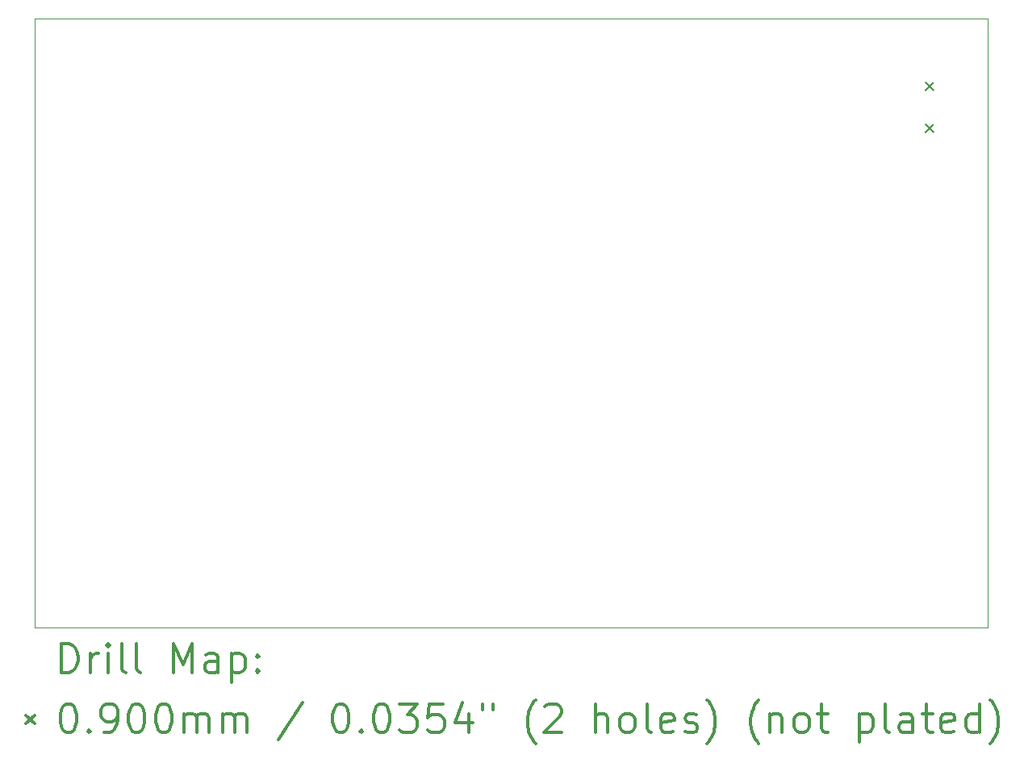
<source format=gbr>
%FSLAX45Y45*%
G04 Gerber Fmt 4.5, Leading zero omitted, Abs format (unit mm)*
G04 Created by KiCad (PCBNEW (5.1.12)-1) date 2022-08-10 21:55:40*
%MOMM*%
%LPD*%
G01*
G04 APERTURE LIST*
%TA.AperFunction,Profile*%
%ADD10C,0.050000*%
%TD*%
%ADD11C,0.200000*%
%ADD12C,0.300000*%
G04 APERTURE END LIST*
D10*
X18164830Y-7723690D02*
X18164830Y-14123690D01*
X8164830Y-14123690D02*
X18164830Y-14123690D01*
X8164830Y-7723690D02*
X8164830Y-14123690D01*
X8164830Y-7723690D02*
X18164830Y-7723690D01*
D11*
X17511226Y-8393606D02*
X17601226Y-8483606D01*
X17601226Y-8393606D02*
X17511226Y-8483606D01*
X17511226Y-8833606D02*
X17601226Y-8923606D01*
X17601226Y-8833606D02*
X17511226Y-8923606D01*
D12*
X8448758Y-14591904D02*
X8448758Y-14291904D01*
X8520187Y-14291904D01*
X8563044Y-14306190D01*
X8591616Y-14334761D01*
X8605901Y-14363333D01*
X8620187Y-14420476D01*
X8620187Y-14463333D01*
X8605901Y-14520476D01*
X8591616Y-14549047D01*
X8563044Y-14577619D01*
X8520187Y-14591904D01*
X8448758Y-14591904D01*
X8748758Y-14591904D02*
X8748758Y-14391904D01*
X8748758Y-14449047D02*
X8763044Y-14420476D01*
X8777330Y-14406190D01*
X8805901Y-14391904D01*
X8834473Y-14391904D01*
X8934473Y-14591904D02*
X8934473Y-14391904D01*
X8934473Y-14291904D02*
X8920187Y-14306190D01*
X8934473Y-14320476D01*
X8948758Y-14306190D01*
X8934473Y-14291904D01*
X8934473Y-14320476D01*
X9120187Y-14591904D02*
X9091616Y-14577619D01*
X9077330Y-14549047D01*
X9077330Y-14291904D01*
X9277330Y-14591904D02*
X9248758Y-14577619D01*
X9234473Y-14549047D01*
X9234473Y-14291904D01*
X9620187Y-14591904D02*
X9620187Y-14291904D01*
X9720187Y-14506190D01*
X9820187Y-14291904D01*
X9820187Y-14591904D01*
X10091616Y-14591904D02*
X10091616Y-14434761D01*
X10077330Y-14406190D01*
X10048758Y-14391904D01*
X9991616Y-14391904D01*
X9963044Y-14406190D01*
X10091616Y-14577619D02*
X10063044Y-14591904D01*
X9991616Y-14591904D01*
X9963044Y-14577619D01*
X9948758Y-14549047D01*
X9948758Y-14520476D01*
X9963044Y-14491904D01*
X9991616Y-14477619D01*
X10063044Y-14477619D01*
X10091616Y-14463333D01*
X10234473Y-14391904D02*
X10234473Y-14691904D01*
X10234473Y-14406190D02*
X10263044Y-14391904D01*
X10320187Y-14391904D01*
X10348758Y-14406190D01*
X10363044Y-14420476D01*
X10377330Y-14449047D01*
X10377330Y-14534761D01*
X10363044Y-14563333D01*
X10348758Y-14577619D01*
X10320187Y-14591904D01*
X10263044Y-14591904D01*
X10234473Y-14577619D01*
X10505901Y-14563333D02*
X10520187Y-14577619D01*
X10505901Y-14591904D01*
X10491616Y-14577619D01*
X10505901Y-14563333D01*
X10505901Y-14591904D01*
X10505901Y-14406190D02*
X10520187Y-14420476D01*
X10505901Y-14434761D01*
X10491616Y-14420476D01*
X10505901Y-14406190D01*
X10505901Y-14434761D01*
X8072330Y-15041190D02*
X8162330Y-15131190D01*
X8162330Y-15041190D02*
X8072330Y-15131190D01*
X8505901Y-14921904D02*
X8534473Y-14921904D01*
X8563044Y-14936190D01*
X8577330Y-14950476D01*
X8591616Y-14979047D01*
X8605901Y-15036190D01*
X8605901Y-15107619D01*
X8591616Y-15164761D01*
X8577330Y-15193333D01*
X8563044Y-15207619D01*
X8534473Y-15221904D01*
X8505901Y-15221904D01*
X8477330Y-15207619D01*
X8463044Y-15193333D01*
X8448758Y-15164761D01*
X8434473Y-15107619D01*
X8434473Y-15036190D01*
X8448758Y-14979047D01*
X8463044Y-14950476D01*
X8477330Y-14936190D01*
X8505901Y-14921904D01*
X8734473Y-15193333D02*
X8748758Y-15207619D01*
X8734473Y-15221904D01*
X8720187Y-15207619D01*
X8734473Y-15193333D01*
X8734473Y-15221904D01*
X8891616Y-15221904D02*
X8948758Y-15221904D01*
X8977330Y-15207619D01*
X8991616Y-15193333D01*
X9020187Y-15150476D01*
X9034473Y-15093333D01*
X9034473Y-14979047D01*
X9020187Y-14950476D01*
X9005901Y-14936190D01*
X8977330Y-14921904D01*
X8920187Y-14921904D01*
X8891616Y-14936190D01*
X8877330Y-14950476D01*
X8863044Y-14979047D01*
X8863044Y-15050476D01*
X8877330Y-15079047D01*
X8891616Y-15093333D01*
X8920187Y-15107619D01*
X8977330Y-15107619D01*
X9005901Y-15093333D01*
X9020187Y-15079047D01*
X9034473Y-15050476D01*
X9220187Y-14921904D02*
X9248758Y-14921904D01*
X9277330Y-14936190D01*
X9291616Y-14950476D01*
X9305901Y-14979047D01*
X9320187Y-15036190D01*
X9320187Y-15107619D01*
X9305901Y-15164761D01*
X9291616Y-15193333D01*
X9277330Y-15207619D01*
X9248758Y-15221904D01*
X9220187Y-15221904D01*
X9191616Y-15207619D01*
X9177330Y-15193333D01*
X9163044Y-15164761D01*
X9148758Y-15107619D01*
X9148758Y-15036190D01*
X9163044Y-14979047D01*
X9177330Y-14950476D01*
X9191616Y-14936190D01*
X9220187Y-14921904D01*
X9505901Y-14921904D02*
X9534473Y-14921904D01*
X9563044Y-14936190D01*
X9577330Y-14950476D01*
X9591616Y-14979047D01*
X9605901Y-15036190D01*
X9605901Y-15107619D01*
X9591616Y-15164761D01*
X9577330Y-15193333D01*
X9563044Y-15207619D01*
X9534473Y-15221904D01*
X9505901Y-15221904D01*
X9477330Y-15207619D01*
X9463044Y-15193333D01*
X9448758Y-15164761D01*
X9434473Y-15107619D01*
X9434473Y-15036190D01*
X9448758Y-14979047D01*
X9463044Y-14950476D01*
X9477330Y-14936190D01*
X9505901Y-14921904D01*
X9734473Y-15221904D02*
X9734473Y-15021904D01*
X9734473Y-15050476D02*
X9748758Y-15036190D01*
X9777330Y-15021904D01*
X9820187Y-15021904D01*
X9848758Y-15036190D01*
X9863044Y-15064761D01*
X9863044Y-15221904D01*
X9863044Y-15064761D02*
X9877330Y-15036190D01*
X9905901Y-15021904D01*
X9948758Y-15021904D01*
X9977330Y-15036190D01*
X9991616Y-15064761D01*
X9991616Y-15221904D01*
X10134473Y-15221904D02*
X10134473Y-15021904D01*
X10134473Y-15050476D02*
X10148758Y-15036190D01*
X10177330Y-15021904D01*
X10220187Y-15021904D01*
X10248758Y-15036190D01*
X10263044Y-15064761D01*
X10263044Y-15221904D01*
X10263044Y-15064761D02*
X10277330Y-15036190D01*
X10305901Y-15021904D01*
X10348758Y-15021904D01*
X10377330Y-15036190D01*
X10391616Y-15064761D01*
X10391616Y-15221904D01*
X10977330Y-14907619D02*
X10720187Y-15293333D01*
X11363044Y-14921904D02*
X11391616Y-14921904D01*
X11420187Y-14936190D01*
X11434473Y-14950476D01*
X11448758Y-14979047D01*
X11463044Y-15036190D01*
X11463044Y-15107619D01*
X11448758Y-15164761D01*
X11434473Y-15193333D01*
X11420187Y-15207619D01*
X11391616Y-15221904D01*
X11363044Y-15221904D01*
X11334473Y-15207619D01*
X11320187Y-15193333D01*
X11305901Y-15164761D01*
X11291616Y-15107619D01*
X11291616Y-15036190D01*
X11305901Y-14979047D01*
X11320187Y-14950476D01*
X11334473Y-14936190D01*
X11363044Y-14921904D01*
X11591616Y-15193333D02*
X11605901Y-15207619D01*
X11591616Y-15221904D01*
X11577330Y-15207619D01*
X11591616Y-15193333D01*
X11591616Y-15221904D01*
X11791616Y-14921904D02*
X11820187Y-14921904D01*
X11848758Y-14936190D01*
X11863044Y-14950476D01*
X11877330Y-14979047D01*
X11891616Y-15036190D01*
X11891616Y-15107619D01*
X11877330Y-15164761D01*
X11863044Y-15193333D01*
X11848758Y-15207619D01*
X11820187Y-15221904D01*
X11791616Y-15221904D01*
X11763044Y-15207619D01*
X11748758Y-15193333D01*
X11734473Y-15164761D01*
X11720187Y-15107619D01*
X11720187Y-15036190D01*
X11734473Y-14979047D01*
X11748758Y-14950476D01*
X11763044Y-14936190D01*
X11791616Y-14921904D01*
X11991616Y-14921904D02*
X12177330Y-14921904D01*
X12077330Y-15036190D01*
X12120187Y-15036190D01*
X12148758Y-15050476D01*
X12163044Y-15064761D01*
X12177330Y-15093333D01*
X12177330Y-15164761D01*
X12163044Y-15193333D01*
X12148758Y-15207619D01*
X12120187Y-15221904D01*
X12034473Y-15221904D01*
X12005901Y-15207619D01*
X11991616Y-15193333D01*
X12448758Y-14921904D02*
X12305901Y-14921904D01*
X12291616Y-15064761D01*
X12305901Y-15050476D01*
X12334473Y-15036190D01*
X12405901Y-15036190D01*
X12434473Y-15050476D01*
X12448758Y-15064761D01*
X12463044Y-15093333D01*
X12463044Y-15164761D01*
X12448758Y-15193333D01*
X12434473Y-15207619D01*
X12405901Y-15221904D01*
X12334473Y-15221904D01*
X12305901Y-15207619D01*
X12291616Y-15193333D01*
X12720187Y-15021904D02*
X12720187Y-15221904D01*
X12648758Y-14907619D02*
X12577330Y-15121904D01*
X12763044Y-15121904D01*
X12863044Y-14921904D02*
X12863044Y-14979047D01*
X12977330Y-14921904D02*
X12977330Y-14979047D01*
X13420187Y-15336190D02*
X13405901Y-15321904D01*
X13377330Y-15279047D01*
X13363044Y-15250476D01*
X13348758Y-15207619D01*
X13334473Y-15136190D01*
X13334473Y-15079047D01*
X13348758Y-15007619D01*
X13363044Y-14964761D01*
X13377330Y-14936190D01*
X13405901Y-14893333D01*
X13420187Y-14879047D01*
X13520187Y-14950476D02*
X13534473Y-14936190D01*
X13563044Y-14921904D01*
X13634473Y-14921904D01*
X13663044Y-14936190D01*
X13677330Y-14950476D01*
X13691616Y-14979047D01*
X13691616Y-15007619D01*
X13677330Y-15050476D01*
X13505901Y-15221904D01*
X13691616Y-15221904D01*
X14048758Y-15221904D02*
X14048758Y-14921904D01*
X14177330Y-15221904D02*
X14177330Y-15064761D01*
X14163044Y-15036190D01*
X14134473Y-15021904D01*
X14091616Y-15021904D01*
X14063044Y-15036190D01*
X14048758Y-15050476D01*
X14363044Y-15221904D02*
X14334473Y-15207619D01*
X14320187Y-15193333D01*
X14305901Y-15164761D01*
X14305901Y-15079047D01*
X14320187Y-15050476D01*
X14334473Y-15036190D01*
X14363044Y-15021904D01*
X14405901Y-15021904D01*
X14434473Y-15036190D01*
X14448758Y-15050476D01*
X14463044Y-15079047D01*
X14463044Y-15164761D01*
X14448758Y-15193333D01*
X14434473Y-15207619D01*
X14405901Y-15221904D01*
X14363044Y-15221904D01*
X14634473Y-15221904D02*
X14605901Y-15207619D01*
X14591616Y-15179047D01*
X14591616Y-14921904D01*
X14863044Y-15207619D02*
X14834473Y-15221904D01*
X14777330Y-15221904D01*
X14748758Y-15207619D01*
X14734473Y-15179047D01*
X14734473Y-15064761D01*
X14748758Y-15036190D01*
X14777330Y-15021904D01*
X14834473Y-15021904D01*
X14863044Y-15036190D01*
X14877330Y-15064761D01*
X14877330Y-15093333D01*
X14734473Y-15121904D01*
X14991616Y-15207619D02*
X15020187Y-15221904D01*
X15077330Y-15221904D01*
X15105901Y-15207619D01*
X15120187Y-15179047D01*
X15120187Y-15164761D01*
X15105901Y-15136190D01*
X15077330Y-15121904D01*
X15034473Y-15121904D01*
X15005901Y-15107619D01*
X14991616Y-15079047D01*
X14991616Y-15064761D01*
X15005901Y-15036190D01*
X15034473Y-15021904D01*
X15077330Y-15021904D01*
X15105901Y-15036190D01*
X15220187Y-15336190D02*
X15234473Y-15321904D01*
X15263044Y-15279047D01*
X15277330Y-15250476D01*
X15291616Y-15207619D01*
X15305901Y-15136190D01*
X15305901Y-15079047D01*
X15291616Y-15007619D01*
X15277330Y-14964761D01*
X15263044Y-14936190D01*
X15234473Y-14893333D01*
X15220187Y-14879047D01*
X15763044Y-15336190D02*
X15748758Y-15321904D01*
X15720187Y-15279047D01*
X15705901Y-15250476D01*
X15691616Y-15207619D01*
X15677330Y-15136190D01*
X15677330Y-15079047D01*
X15691616Y-15007619D01*
X15705901Y-14964761D01*
X15720187Y-14936190D01*
X15748758Y-14893333D01*
X15763044Y-14879047D01*
X15877330Y-15021904D02*
X15877330Y-15221904D01*
X15877330Y-15050476D02*
X15891616Y-15036190D01*
X15920187Y-15021904D01*
X15963044Y-15021904D01*
X15991616Y-15036190D01*
X16005901Y-15064761D01*
X16005901Y-15221904D01*
X16191616Y-15221904D02*
X16163044Y-15207619D01*
X16148758Y-15193333D01*
X16134473Y-15164761D01*
X16134473Y-15079047D01*
X16148758Y-15050476D01*
X16163044Y-15036190D01*
X16191616Y-15021904D01*
X16234473Y-15021904D01*
X16263044Y-15036190D01*
X16277330Y-15050476D01*
X16291616Y-15079047D01*
X16291616Y-15164761D01*
X16277330Y-15193333D01*
X16263044Y-15207619D01*
X16234473Y-15221904D01*
X16191616Y-15221904D01*
X16377330Y-15021904D02*
X16491616Y-15021904D01*
X16420187Y-14921904D02*
X16420187Y-15179047D01*
X16434473Y-15207619D01*
X16463044Y-15221904D01*
X16491616Y-15221904D01*
X16820187Y-15021904D02*
X16820187Y-15321904D01*
X16820187Y-15036190D02*
X16848758Y-15021904D01*
X16905901Y-15021904D01*
X16934473Y-15036190D01*
X16948758Y-15050476D01*
X16963044Y-15079047D01*
X16963044Y-15164761D01*
X16948758Y-15193333D01*
X16934473Y-15207619D01*
X16905901Y-15221904D01*
X16848758Y-15221904D01*
X16820187Y-15207619D01*
X17134473Y-15221904D02*
X17105901Y-15207619D01*
X17091616Y-15179047D01*
X17091616Y-14921904D01*
X17377330Y-15221904D02*
X17377330Y-15064761D01*
X17363044Y-15036190D01*
X17334473Y-15021904D01*
X17277330Y-15021904D01*
X17248758Y-15036190D01*
X17377330Y-15207619D02*
X17348758Y-15221904D01*
X17277330Y-15221904D01*
X17248758Y-15207619D01*
X17234473Y-15179047D01*
X17234473Y-15150476D01*
X17248758Y-15121904D01*
X17277330Y-15107619D01*
X17348758Y-15107619D01*
X17377330Y-15093333D01*
X17477330Y-15021904D02*
X17591616Y-15021904D01*
X17520187Y-14921904D02*
X17520187Y-15179047D01*
X17534473Y-15207619D01*
X17563044Y-15221904D01*
X17591616Y-15221904D01*
X17805901Y-15207619D02*
X17777330Y-15221904D01*
X17720187Y-15221904D01*
X17691616Y-15207619D01*
X17677330Y-15179047D01*
X17677330Y-15064761D01*
X17691616Y-15036190D01*
X17720187Y-15021904D01*
X17777330Y-15021904D01*
X17805901Y-15036190D01*
X17820187Y-15064761D01*
X17820187Y-15093333D01*
X17677330Y-15121904D01*
X18077330Y-15221904D02*
X18077330Y-14921904D01*
X18077330Y-15207619D02*
X18048758Y-15221904D01*
X17991616Y-15221904D01*
X17963044Y-15207619D01*
X17948758Y-15193333D01*
X17934473Y-15164761D01*
X17934473Y-15079047D01*
X17948758Y-15050476D01*
X17963044Y-15036190D01*
X17991616Y-15021904D01*
X18048758Y-15021904D01*
X18077330Y-15036190D01*
X18191616Y-15336190D02*
X18205901Y-15321904D01*
X18234473Y-15279047D01*
X18248758Y-15250476D01*
X18263044Y-15207619D01*
X18277330Y-15136190D01*
X18277330Y-15079047D01*
X18263044Y-15007619D01*
X18248758Y-14964761D01*
X18234473Y-14936190D01*
X18205901Y-14893333D01*
X18191616Y-14879047D01*
M02*

</source>
